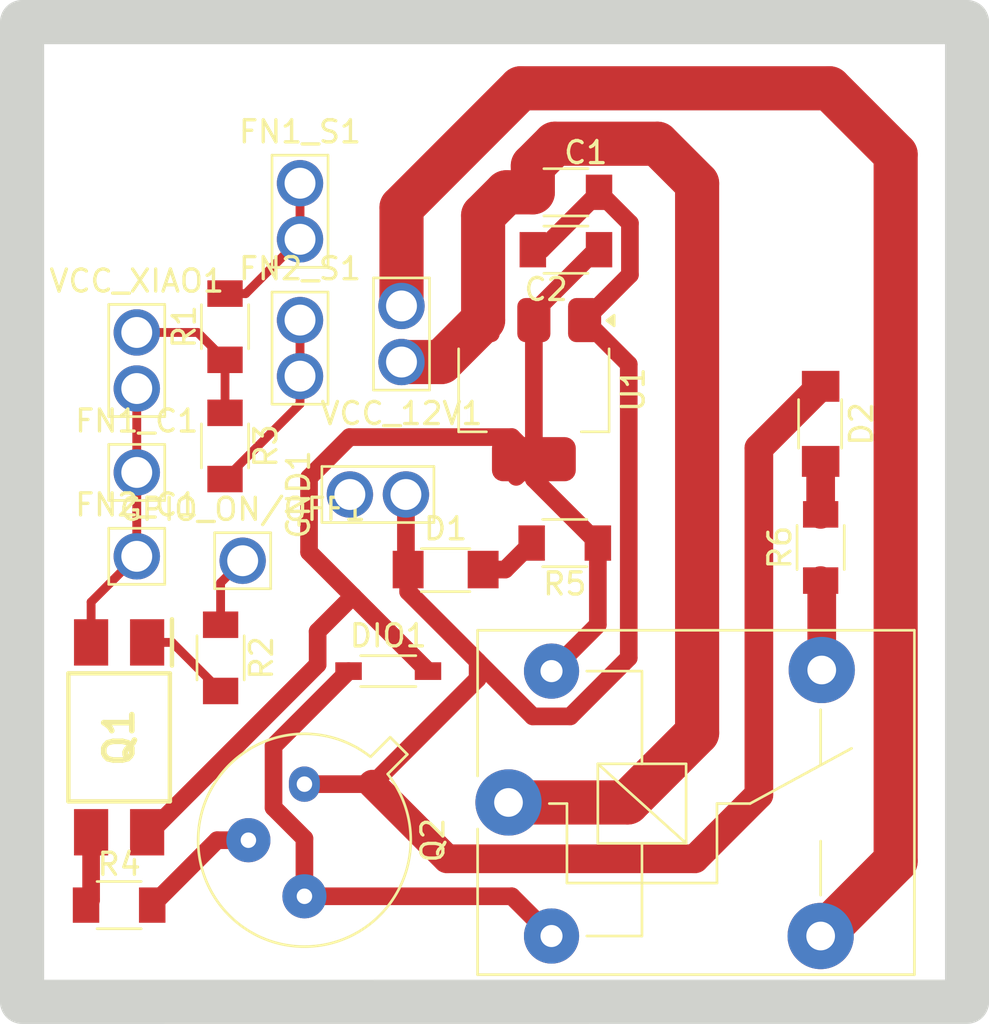
<source format=kicad_pcb>
(kicad_pcb (version 20241229) (generator "pcbnew") (generator_version "9.0")
  (layers (0 "F.Cu" signal) (2 "B.Cu" signal) (13 "F.Paste" user) (15 "B.Paste" user) (5 "F.SilkS" user "F.Silkscreen") (7 "B.SilkS" user "B.Silkscreen") (1 "F.Mask" user) (3 "B.Mask" user) (25 "Edge.Cuts" user))
  (net 0 "")
  (net 1 "GND_rele")
  (net 2 "PWR_12V")
  (net 3 "PWR_5V")
  (net 4 "PWR_GND")
  (net 5 "FN1")
  (net 6 "FN2")
  (net 7 "PWR_3V3")
  (net 8 "Net-(D1-A)")
  (net 9 "Net-(DIO1-A)")
  (net 10 "Net-(GPIO_ON/OFF1-Pin_1)")
  (net 11 "Vmot")
  (net 12 "Net-(Q1-E)")
  (net 13 "Net-(Q1-A)")
  (net 14 "Net-(Q2-B)")
  (net 15 "Net-(D2-A)")
  (net 16 "Net-(K1-Pad4)")
  (footprint "fab:R_1206" (layer "F.Cu") (at 5.563617 41.422689)
    (property "Reference" "R4" (at 0 -1.85 0) (layer "F.SilkS"))
    (property "Value" "1k")
    (fp_line (start -1 -1.07) (end 1 -1.07) (stroke (width 0.12)) (layer "F.SilkS"))
    (fp_line (start 1 1.07) (end -1 1.07) (stroke (width 0.12)) (layer "F.SilkS"))
    (pad "1" smd rect (at -1.5 0) (size 1.2 1.6) (layers "F.Cu" "F.Mask" "F.Paste") (net 12 "Net-(Q1-E)"))
    (pad "2" smd rect (at 1.5 0) (size 1.2 1.6) (layers "F.Cu" "F.Mask" "F.Paste") (net 14 "Net-(Q2-B)"))
  )
  (footprint "Relay_THT:Relay_SPDT_SANYOU_SRD_Series_Form_C" (layer "F.Cu") (at 23.213617 36.772689)
    (property "Reference" "K1" (at 8.1 9.2 0) (layer "F.SilkS"))
    (property "Value" "SANYOU_SRD_Form_C")
    (fp_line (start -1.4 -7.8) (end -1.4 -1.2) (stroke (width 0.12)) (layer "F.SilkS"))
    (fp_line (start -1.4 -7.8) (end 18.4 -7.8) (stroke (width 0.12)) (layer "F.SilkS"))
    (fp_line (start -1.4 1.2) (end -1.4 7.8) (stroke (width 0.12)) (layer "F.SilkS"))
    (fp_line (start 2.65 0.05) (end 1.85 0.05) (stroke (width 0.12)) (layer "F.SilkS"))
    (fp_line (start 2.65 0.05) (end 2.65 3.65) (stroke (width 0.12)) (layer "F.SilkS"))
    (fp_line (start 3.55 6.05) (end 6.05 6.05) (stroke (width 0.12)) (layer "F.SilkS"))
    (fp_line (start 4.05 -1.75) (end 8.05 -1.75) (stroke (width 0.12)) (layer "F.SilkS"))
    (fp_line (start 4.05 1.85) (end 4.05 -1.75) (stroke (width 0.12)) (layer "F.SilkS"))
    (fp_line (start 6.05 -5.95) (end 3.55 -5.95) (stroke (width 0.12)) (layer "F.SilkS"))
    (fp_line (start 6.05 -5.95) (end 6.05 -1.75) (stroke (width 0.12)) (layer "F.SilkS"))
    (fp_line (start 6.05 1.85) (end 6.05 6.05) (stroke (width 0.12)) (layer "F.SilkS"))
    (fp_line (start 8.05 -1.75) (end 8.05 1.85) (stroke (width 0.12)) (layer "F.SilkS"))
    (fp_line (start 8.05 1.85) (end 4.05 -1.75) (stroke (width 0.12)) (layer "F.SilkS"))
    (fp_line (start 8.05 1.85) (end 4.05 1.85) (stroke (width 0.12)) (layer "F.SilkS"))
    (fp_line (start 9.45 0.05) (end 9.45 3.65) (stroke (width 0.12)) (layer "F.SilkS"))
    (fp_line (start 9.45 0.05) (end 10.95 0.05) (stroke (width 0.12)) (layer "F.SilkS"))
    (fp_line (start 9.45 3.65) (end 2.65 3.65) (stroke (width 0.12)) (layer "F.SilkS"))
    (fp_line (start 10.95 0.05) (end 15.55 -2.45) (stroke (width 0.12)) (layer "F.SilkS"))
    (fp_line (start 14.15 -4.2) (end 14.15 -1.7) (stroke (width 0.12)) (layer "F.SilkS"))
    (fp_line (start 14.15 4.2) (end 14.15 1.75) (stroke (width 0.12)) (layer "F.SilkS"))
    (fp_line (start 18.4 -7.8) (end 18.4 7.8) (stroke (width 0.12)) (layer "F.SilkS"))
    (fp_line (start 18.4 7.8) (end -1.4 7.8) (stroke (width 0.12)) (layer "F.SilkS"))
    (pad "1" thru_hole circle (at 0 0 90) (size 3 3) (drill 1.3) (layers "*.Cu" "*.Mask") (net 2 "PWR_12V"))
    (pad "2" thru_hole circle (at 1.95 6.05 90) (size 2.5 2.5) (drill 1) (layers "*.Cu" "*.Mask") (net 9 "Net-(DIO1-A)"))
    (pad "3" thru_hole circle (at 14.15 6.05 90) (size 3 3) (drill 1.3) (layers "*.Cu" "*.Mask") (net 11 "Vmot"))
    (pad "4" thru_hole circle (at 14.2 -6 90) (size 3 3) (drill 1.3) (layers "*.Cu" "*.Mask") (net 16 "Net-(K1-Pad4)"))
    (pad "5" thru_hole circle (at 1.95 -5.95 90) (size 2.5 2.5) (drill 1) (layers "*.Cu" "*.Mask") (net 3 "PWR_5V"))
  )
  (footprint "fab:PinHeader_1x01_P2.54mm_Vertical_THT_D1.4mm" (layer "F.Cu") (at 6.363617 25.622689)
    (property "Reference" "FN2_C1" (at 0 -2.33 0) (layer "F.SilkS"))
    (property "Value" "~")
    (fp_line (start -1.27 -1.27) (end -1.27 1.27) (stroke (width 0.12)) (layer "F.SilkS"))
    (fp_line (start -1.27 -1.27) (end 1.27 -1.27) (stroke (width 0.12)) (layer "F.SilkS"))
    (fp_line (start -1.27 1.27) (end 1.27 1.27) (stroke (width 0.12)) (layer "F.SilkS"))
    (fp_line (start 1.27 -1.27) (end 1.27 1.27) (stroke (width 0.12)) (layer "F.SilkS"))
    (pad "1" thru_hole circle (at 0 0) (size 2.1 2.1) (drill 1.4) (layers "*.Cu" "*.Mask") (net 4 "PWR_GND"))
  )
  (footprint "fab:PinHeader_1x01_P2.54mm_Vertical_THT_D1.4mm" (layer "F.Cu") (at 11.163617 25.822689)
    (property "Reference" "GPIO_ON/OFF1" (at 0 -2.33 0) (layer "F.SilkS"))
    (property "Value" "~" (hide yes))
    (fp_line (start -1.27 -1.27) (end -1.27 1.27) (stroke (width 0.12)) (layer "F.SilkS"))
    (fp_line (start -1.27 -1.27) (end 1.27 -1.27) (stroke (width 0.12)) (layer "F.SilkS"))
    (fp_line (start -1.27 1.27) (end 1.27 1.27) (stroke (width 0.12)) (layer "F.SilkS"))
    (fp_line (start 1.27 -1.27) (end 1.27 1.27) (stroke (width 0.12)) (layer "F.SilkS"))
    (pad "1" thru_hole circle (at 0 0) (size 2.1 2.1) (drill 1.4) (layers "*.Cu" "*.Mask") (net 10 "Net-(GPIO_ON/OFF1-Pin_1)"))
  )
  (footprint "fab:PinHeader_1x01_P2.54mm_Vertical_THT_D1.4mm" (layer "F.Cu") (at 6.363617 21.822689)
    (property "Reference" "FN1_C1" (at 0 -2.33 0) (layer "F.SilkS"))
    (property "Value" "~")
    (fp_line (start -1.27 -1.27) (end -1.27 1.27) (stroke (width 0.12)) (layer "F.SilkS"))
    (fp_line (start -1.27 -1.27) (end 1.27 -1.27) (stroke (width 0.12)) (layer "F.SilkS"))
    (fp_line (start -1.27 1.27) (end 1.27 1.27) (stroke (width 0.12)) (layer "F.SilkS"))
    (fp_line (start 1.27 -1.27) (end 1.27 1.27) (stroke (width 0.12)) (layer "F.SilkS"))
    (pad "1" thru_hole circle (at 0 0) (size 2.1 2.1) (drill 1.4) (layers "*.Cu" "*.Mask") (net 4 "PWR_GND"))
  )
  (footprint "fab:SOD-123" (layer "F.Cu") (at 17.763617 30.822689 180)
    (property "Reference" "DIO1" (at 0 1.6 0) (layer "F.SilkS"))
    (property "Value" "1n4007")
    (fp_line (start -1.25 0.7) (end 1.25 0.7) (stroke (width 0.12)) (layer "F.SilkS"))
    (fp_line (start -1.25 -0.7) (end 1.25 -0.7) (stroke (width 0.12)) (layer "F.SilkS"))
    (pad "1" smd rect (at -1.8 0 180) (size 1.2 0.8) (layers "F.Cu" "F.Mask" "F.Paste") (net 3 "PWR_5V"))
    (pad "2" smd rect (at 1.8 0 180) (size 1.2 0.8) (layers "F.Cu" "F.Mask" "F.Paste") (net 9 "Net-(DIO1-A)"))
  )
  (footprint "fab:PinHeader_1x02_P2.54mm_Vertical_THT_D1.4mm" (layer "F.Cu") (at 18.363617 16.822689 180)
    (property "Reference" "VCC_12V1" (at 0 -2.33 0) (layer "F.SilkS"))
    (property "Value" "Conn_PinHeader_1x02_P2.54mm_Vertical_THT_D1.4mm" (hide yes))
    (fp_line (start 1.27 -1.27) (end 1.27 3.81) (stroke (width 0.12)) (layer "F.SilkS"))
    (fp_line (start -1.27 3.81) (end 1.27 3.81) (stroke (width 0.12)) (layer "F.SilkS"))
    (fp_line (start -1.27 -1.27) (end 1.27 -1.27) (stroke (width 0.12)) (layer "F.SilkS"))
    (fp_line (start -1.27 -1.27) (end -1.27 3.81) (stroke (width 0.12)) (layer "F.SilkS"))
    (pad "1" thru_hole circle (at 0 0 180) (size 2.1 2.1) (drill 1.4) (layers "*.Cu" "*.Mask") (net 2 "PWR_12V"))
    (pad "2" thru_hole circle (at 0 2.54 180) (size 2.1 2.1) (drill 1.4) (layers "*.Cu" "*.Mask") (net 11 "Vmot"))
  )
  (footprint "fab:PinHeader_1x02_P2.54mm_Vertical_THT_D1.4mm" (layer "F.Cu") (at 13.763617 14.922689)
    (property "Reference" "FN2_S1" (at 0 -2.33 0) (layer "F.SilkS"))
    (property "Value" "Conn_PinHeader_1x02_P2.54mm_Vertical_THT_D1.4mm" (hide yes))
    (fp_line (start -1.27 -1.27) (end -1.27 3.81) (stroke (width 0.12)) (layer "F.SilkS"))
    (fp_line (start -1.27 -1.27) (end 1.27 -1.27) (stroke (width 0.12)) (layer "F.SilkS"))
    (fp_line (start -1.27 3.81) (end 1.27 3.81) (stroke (width 0.12)) (layer "F.SilkS"))
    (fp_line (start 1.27 -1.27) (end 1.27 3.81) (stroke (width 0.12)) (layer "F.SilkS"))
    (pad "1" thru_hole circle (at 0 0) (size 2.1 2.1) (drill 1.4) (layers "*.Cu" "*.Mask") (net 6 "FN2"))
    (pad "2" thru_hole circle (at 0 2.54) (size 2.1 2.1) (drill 1.4) (layers "*.Cu" "*.Mask") (net 6 "FN2"))
  )
  (footprint "fab:R_1206" (layer "F.Cu") (at 10.163617 30.222689 -90)
    (property "Reference" "R2" (at 0 -1.85 90) (layer "F.SilkS"))
    (property "Value" "220")
    (fp_line (start 1 1.07) (end -1 1.07) (stroke (width 0.12)) (layer "F.SilkS"))
    (fp_line (start -1 -1.07) (end 1 -1.07) (stroke (width 0.12)) (layer "F.SilkS"))
    (pad "1" smd rect (at -1.5 0 270) (size 1.2 1.6) (layers "F.Cu" "F.Mask" "F.Paste") (net 10 "Net-(GPIO_ON/OFF1-Pin_1)"))
    (pad "2" smd rect (at 1.5 0 270) (size 1.2 1.6) (layers "F.Cu" "F.Mask" "F.Paste") (net 13 "Net-(Q1-A)"))
  )
  (footprint "Package_TO_SOT_THT:TO-39-3" (layer "F.Cu") (at 13.963617 35.942689 -90)
    (property "Reference" "Q2" (at 2.54 -5.82 90) (layer "F.SilkS"))
    (property "Value" "2N2219" (hide yes))
    (fp_line (start -0.457084 -3.774902) (end -1.348039 -4.665856) (stroke (width 0.12)) (layer "F.SilkS"))
    (fp_line (start -2.125856 -3.888039) (end -1.234902 -2.997084) (stroke (width 0.12)) (layer "F.SilkS"))
    (fp_line (start -1.348039 -4.665856) (end -2.125856 -3.888039) (stroke (width 0.12)) (layer "F.SilkS"))
    (fp_arc (start -0.457084 -3.774902) (mid 5.948255 3.408255) (end -1.234902 -2.997084) (stroke (width 0.12)) (layer "F.SilkS"))
    (pad "1" thru_hole oval (at 0 0 270) (size 1.6 1.4) (drill 0.7) (layers "*.Cu" "*.Mask") (net 1 "GND_rele"))
    (pad "2" thru_hole circle (at 2.54 2.54 270) (size 2 2) (drill 0.7) (layers "*.Cu" "*.Mask") (net 14 "Net-(Q2-B)"))
    (pad "3" thru_hole circle (at 5.08 0 270) (size 2 2) (drill 0.7) (layers "*.Cu" "*.Mask") (net 9 "Net-(DIO1-A)"))
  )
  (footprint "octo:SOP254P960X420-4N" (layer "F.Cu") (at 5.563617 33.822689 -90)
    (property "Reference" "Q1" (at 0 0 270) (layer "F.SilkS") (effects (font (size 1.27 1.27) (thickness 0.254))))
    (property "Value" "OCTO" (hide yes))
    (fp_line (start -2.9 2.3) (end -2.9 -2.3) (stroke (width 0.2)) (layer "F.SilkS"))
    (fp_line (start 2.9 2.3) (end -2.9 2.3) (stroke (width 0.2)) (layer "F.SilkS"))
    (fp_line (start -2.9 -2.3) (end 2.9 -2.3) (stroke (width 0.2)) (layer "F.SilkS"))
    (fp_line (start 2.9 -2.3) (end 2.9 2.3) (stroke (width 0.2)) (layer "F.SilkS"))
    (fp_line (start -5.35 -2.395) (end -3.25 -2.395) (stroke (width 0.2)) (layer "F.SilkS"))
    (pad "1" smd rect (at -4.3 -1.27) (size 1.55 2.1) (layers "F.Cu" "F.Mask" "F.Paste") (net 13 "Net-(Q1-A)"))
    (pad "2" smd rect (at -4.3 1.27) (size 1.55 2.1) (layers "F.Cu" "F.Mask" "F.Paste") (net 4 "PWR_GND"))
    (pad "3" smd rect (at 4.3 1.27) (size 1.55 2.1) (layers "F.Cu" "F.Mask" "F.Paste") (net 12 "Net-(Q1-E)"))
    (pad "4" smd rect (at 4.3 -1.27) (size 1.55 2.1) (layers "F.Cu" "F.Mask" "F.Paste") (net 3 "PWR_5V"))
  )
  (footprint "fab:PinHeader_1x02_P2.54mm_Vertical_THT_D1.4mm" (layer "F.Cu") (at 16.023617 22.822689 90)
    (property "Reference" "GND1" (at 0 -2.33 90) (layer "F.SilkS"))
    (property "Value" "Conn_PinHeader_1x02_P2.54mm_Vertical_THT_D1.4mm" (hide yes))
    (fp_line (start 1.27 -1.27) (end 1.27 3.81) (stroke (width 0.12)) (layer "F.SilkS"))
    (fp_line (start -1.27 -1.27) (end 1.27 -1.27) (stroke (width 0.12)) (layer "F.SilkS"))
    (fp_line (start -1.27 -1.27) (end -1.27 3.81) (stroke (width 0.12)) (layer "F.SilkS"))
    (fp_line (start -1.27 3.81) (end 1.27 3.81) (stroke (width 0.12)) (layer "F.SilkS"))
    (pad "1" thru_hole circle (at 0 0 90) (size 2.1 2.1) (drill 1.4) (layers "*.Cu" "*.Mask") (net 1 "GND_rele"))
    (pad "2" thru_hole circle (at 0 2.54 90) (size 2.1 2.1) (drill 1.4) (layers "*.Cu" "*.Mask") (net 1 "GND_rele"))
  )
  (footprint "fab:R_1206" (layer "F.Cu") (at 10.363617 15.222689 90)
    (property "Reference" "R1" (at 0 -1.85 90) (layer "F.SilkS"))
    (property "Value" "1k")
    (fp_line (start -1 -1.07) (end 1 -1.07) (stroke (width 0.12)) (layer "F.SilkS"))
    (fp_line (start 1 1.07) (end -1 1.07) (stroke (width 0.12)) (layer "F.SilkS"))
    (pad "1" smd rect (at -1.5 0 90) (size 1.2 1.6) (layers "F.Cu" "F.Mask" "F.Paste") (net 7 "PWR_3V3"))
    (pad "2" smd rect (at 1.5 0 90) (size 1.2 1.6) (layers "F.Cu" "F.Mask" "F.Paste") (net 5 "FN1"))
  )
  (footprint "fab:R_1206" (layer "F.Cu") (at 10.363617 20.622689 -90)
    (property "Reference" "R3" (at 0 -1.85 90) (layer "F.SilkS"))
    (property "Value" "1k")
    (fp_line (start 1 1.07) (end -1 1.07) (stroke (width 0.12)) (layer "F.SilkS"))
    (fp_line (start -1 -1.07) (end 1 -1.07) (stroke (width 0.12)) (layer "F.SilkS"))
    (pad "1" smd rect (at -1.5 0 270) (size 1.2 1.6) (layers "F.Cu" "F.Mask" "F.Paste") (net 7 "PWR_3V3"))
    (pad "2" smd rect (at 1.5 0 270) (size 1.2 1.6) (layers "F.Cu" "F.Mask" "F.Paste") (net 6 "FN2"))
  )
  (footprint "fab:PinHeader_1x02_P2.54mm_Vertical_THT_D1.4mm" (layer "F.Cu") (at 6.363617 15.482689)
    (property "Reference" "VCC_XIAO1" (at 0 -2.33 0) (layer "F.SilkS"))
    (property "Value" "Conn_PinHeader_1x02_P2.54mm_Vertical_THT_D1.4mm" (hide yes))
    (fp_line (start -1.27 -1.27) (end -1.27 3.81) (stroke (width 0.12)) (layer "F.SilkS"))
    (fp_line (start -1.27 -1.27) (end 1.27 -1.27) (stroke (width 0.12)) (layer "F.SilkS"))
    (fp_line (start -1.27 3.81) (end 1.27 3.81) (stroke (width 0.12)) (layer "F.SilkS"))
    (fp_line (start 1.27 -1.27) (end 1.27 3.81) (stroke (width 0.12)) (layer "F.SilkS"))
    (pad "1" thru_hole circle (at 0 0) (size 2.1 2.1) (drill 1.4) (layers "*.Cu" "*.Mask") (net 7 "PWR_3V3"))
    (pad "2" thru_hole circle (at 0 2.54) (size 2.1 2.1) (drill 1.4) (layers "*.Cu" "*.Mask") (net 4 "PWR_GND"))
  )
  (footprint "fab:C_1206" (layer "F.Cu") (at 25.816588 9.133964)
    (property "Reference" "C1" (at 0.9 -1.8 0) (layer "F.SilkS"))
    (property "Value" "C_1206")
    (fp_line (start -1 -1.07) (end 1 -1.07) (stroke (width 0.12)) (layer "F.SilkS"))
    (fp_line (start 1 1.07) (end -1 1.07) (stroke (width 0.12)) (layer "F.SilkS"))
    (pad "1" smd rect (at -1.5 0) (size 1.2 1.6) (layers "F.Cu" "F.Mask" "F.Paste") (net 2 "PWR_12V"))
    (pad "2" smd rect (at 1.5 0) (size 1.2 1.6) (layers "F.Cu" "F.Mask" "F.Paste") (net 1 "GND_rele"))
  )
  (footprint "fab:R_1206" (layer "F.Cu") (at 37.363617 25.222689 90)
    (property "Reference" "R6" (at 0 -1.85 90) (layer "F.SilkS"))
    (property "Value" "R_1206")
    (fp_line (start -1 -1.07) (end 1 -1.07) (stroke (width 0.12)) (layer "F.SilkS"))
    (fp_line (start 1 1.07) (end -1 1.07) (stroke (width 0.12)) (layer "F.SilkS"))
    (pad "1" smd rect (at -1.5 0 90) (size 1.2 1.6) (layers "F.Cu" "F.Mask" "F.Paste") (net 16 "Net-(K1-Pad4)"))
    (pad "2" smd rect (at 1.5 0 90) (size 1.2 1.6) (layers "F.Cu" "F.Mask" "F.Paste") (net 15 "Net-(D2-A)"))
  )
  (footprint "fab:LED_1206" (layer "F.Cu") (at 37.363617 19.622689 -90)
    (property "Reference" "D2" (at 0 -1.85 90) (layer "F.SilkS"))
    (property "Value" "LED_1206")
    (fp_line (start -1.1 1) (end 1.1 1) (stroke (width 0.12)) (layer "F.SilkS"))
    (fp_line (start -1.1 -0.95) (end 1.1 -0.95) (stroke (width 0.12)) (layer "F.SilkS"))
    (pad "1" smd rect (at -1.7 0 270) (size 1.4 1.7) (layers "F.Cu" "F.Mask" "F.Paste") (net 1 "GND_rele"))
    (pad "2" smd rect (at 1.7 0 270) (size 1.4 1.7) (layers "F.Cu" "F.Mask" "F.Paste") (net 15 "Net-(D2-A)"))
  )
  (footprint "fab:C_1206" (layer "F.Cu") (at 25.816588 11.733964 180)
    (property "Reference" "C2" (at 0.9 -1.8 0) (layer "F.SilkS"))
    (property "Value" "C_1206")
    (fp_line (start 1 1.07) (end -1 1.07) (stroke (width 0.12)) (layer "F.SilkS"))
    (fp_line (start -1 -1.07) (end 1 -1.07) (stroke (width 0.12)) (layer "F.SilkS"))
    (pad "1" smd rect (at -1.5 0 180) (size 1.2 1.6) (layers "F.Cu" "F.Mask" "F.Paste") (net 3 "PWR_5V"))
    (pad "2" smd rect (at 1.5 0 180) (size 1.2 1.6) (layers "F.Cu" "F.Mask" "F.Paste") (net 1 "GND_rele"))
  )
  (footprint "fab:LED_1206" (layer "F.Cu") (at 20.363617 26.222689)
    (property "Reference" "D1" (at 0 -1.85 0) (layer "F.SilkS"))
    (property "Value" "LED_1206")
    (fp_line (start -1.1 -0.95) (end 1.1 -0.95) (stroke (width 0.12)) (layer "F.SilkS"))
    (fp_line (start -1.1 1) (end 1.1 1) (stroke (width 0.12)) (layer "F.SilkS"))
    (pad "1" smd rect (at -1.7 0) (size 1.4 1.7) (layers "F.Cu" "F.Mask" "F.Paste") (net 1 "GND_rele"))
    (pad "2" smd rect (at 1.7 0) (size 1.4 1.7) (layers "F.Cu" "F.Mask" "F.Paste") (net 8 "Net-(D1-A)"))
  )
  (footprint "fab:R_1206" (layer "F.Cu") (at 25.763617 25.022689 180)
    (property "Reference" "R5" (at 0 -1.85 0) (layer "F.SilkS"))
    (property "Value" "R_1206")
    (fp_line (start 1 1.07) (end -1 1.07) (stroke (width 0.12)) (layer "F.SilkS"))
    (fp_line (start -1 -1.07) (end 1 -1.07) (stroke (width 0.12)) (layer "F.SilkS"))
    (pad "1" smd rect (at -1.5 0 180) (size 1.2 1.6) (layers "F.Cu" "F.Mask" "F.Paste") (net 3 "PWR_5V"))
    (pad "2" smd rect (at 1.5 0 180) (size 1.2 1.6) (layers "F.Cu" "F.Mask" "F.Paste") (net 8 "Net-(D1-A)"))
  )
  (footprint "fab:PinHeader_1x02_P2.54mm_Vertical_THT_D1.4mm" (layer "F.Cu") (at 13.763617 8.722689)
    (property "Reference" "FN1_S1" (at 0 -2.33 0) (layer "F.SilkS"))
    (property "Value" "Conn_PinHeader_1x02_P2.54mm_Vertical_THT_D1.4mm" (hide yes))
    (fp_line (start -1.27 -1.27) (end -1.27 3.81) (stroke (width 0.12)) (layer "F.SilkS"))
    (fp_line (start -1.27 -1.27) (end 1.27 -1.27) (stroke (width 0.12)) (layer "F.SilkS"))
    (fp_line (start -1.27 3.81) (end 1.27 3.81) (stroke (width 0.12)) (layer "F.SilkS"))
    (fp_line (start 1.27 -1.27) (end 1.27 3.81) (stroke (width 0.12)) (layer "F.SilkS"))
    (pad "1" thru_hole circle (at 0 0) (size 2.1 2.1) (drill 1.4) (layers "*.Cu" "*.Mask") (net 5 "FN1"))
    (pad "2" thru_hole circle (at 0 2.54) (size 2.1 2.1) (drill 1.4) (layers "*.Cu" "*.Mask") (net 5 "FN1"))
  )
  (footprint "Package_TO_SOT_SMD:SOT-223-3_TabPin2" (layer "F.Cu") (at 24.363617 18.072689 -90)
    (property "Reference" "U1" (at 0 -4.5 90) (layer "F.SilkS"))
    (property "Value" "AMS1117-5.0" (hide yes))
    (fp_line (start -1.85 3.41) (end 1.91 3.41) (stroke (width 0.12)) (layer "F.SilkS"))
    (fp_line (start 1.91 3.41) (end 1.91 2.15) (stroke (width 0.12)) (layer "F.SilkS"))
    (fp_line (start -1.85 -3.41) (end 1.91 -3.41) (stroke (width 0.12)) (layer "F.SilkS"))
    (fp_line (start 1.91 -3.41) (end 1.91 -2.15) (stroke (width 0.12)) (layer "F.SilkS"))
    (fp_poly (pts (xy -3.13 -3.31) (xy -3.37 -3.64) (xy -2.89 -3.64) (xy -3.13 -3.31)) (stroke (width 0.12)) (fill yes) (layer "F.SilkS"))
    (pad "1" smd roundrect (at -3.15 -2.3 270) (size 2 1.5) (layers "F.Cu" "F.Mask" "F.Paste") (net 1 "GND_rele"))
    (pad "2" smd roundrect (at -3.15 0 270) (size 2 1.5) (layers "F.Cu" "F.Mask" "F.Paste") (net 3 "PWR_5V"))
    (pad "2" smd roundrect (at 3.15 0 270) (size 2 3.8) (layers "F.Cu" "F.Mask" "F.Paste") (net 3 "PWR_5V"))
    (pad "3" smd roundrect (at -3.15 2.3 270) (size 2 1.5) (layers "F.Cu" "F.Mask" "F.Paste") (net 2 "PWR_12V"))
  )
  (gr_poly (pts (xy 1.163617 1.422689) (xy 44 1.422689) (xy 44 45.799985) (xy 1.163617 45.803283)) (stroke (width 2)) (fill no) (layer "Edge.Cuts"))
  (segment (start 21.81334 31.174966) (end 21.81334 30.372966) (width 0.8) (layer "F.Cu") (net 1))
  (segment (start 26.01317 32.873689) (end 24.314064 32.873689) (width 0.8) (layer "F.Cu") (net 1))
  (segment (start 28.717588 12.868718) (end 28.717588 10.534964) (width 0.8) (layer "F.Cu") (net 1))
  (segment (start 28.664617 30.222242) (end 26.01317 32.873689) (width 0.8) (layer "F.Cu") (net 1))
  (segment (start 18.663617 26.222689) (end 18.663617 27.223242) (width 0.8) (layer "F.Cu") (net 1))
  (segment (start 26.663617 14.922689) (end 28.717588 12.868718) (width 0.8) (layer "F.Cu") (net 1))
  (segment (start 28.664617 16.923689) (end 28.664617 30.222242) (width 0.8) (layer "F.Cu") (net 1))
  (segment (start 28.717588 10.534964) (end 27.316588 9.133964) (width 0.8) (layer "F.Cu") (net 1))
  (segment (start 18.663617 27.223242) (end 21.81334 30.372966) (width 0.8) (layer "F.Cu") (net 1))
  (segment (start 21.81334 30.372966) (end 24.314064 32.873689) (width 0.8) (layer "F.Cu") (net 1))
  (segment (start 24.316588 11.733964) (end 24.716588 11.733964) (width 0.8) (layer "F.Cu") (net 1))
  (segment (start 17.045617 35.942689) (end 21.81334 31.174966) (width 0.8) (layer "F.Cu") (net 1))
  (segment (start 24.716588 11.733964) (end 27.316588 9.133964) (width 0.8) (layer "F.Cu") (net 1))
  (segment (start 18.563617 26.122689) (end 18.663617 26.222689) (width 0.8) (layer "F.Cu") (net 1))
  (segment (start 34.563617 36.422689) (end 31.662617 39.323689) (width 1.3) (layer "F.Cu") (net 1))
  (segment (start 31.662617 39.323689) (end 20.426617 39.323689) (width 1.3) (layer "F.Cu") (net 1))
  (segment (start 37.363617 17.922689) (end 34.563617 20.722689) (width 1.3) (layer "F.Cu") (net 1))
  (segment (start 13.963617 35.942689) (end 17.045617 35.942689) (width 0.8) (layer "F.Cu") (net 1))
  (segment (start 20.426617 39.323689) (end 17.045617 35.942689) (width 1.3) (layer "F.Cu") (net 1))
  (segment (start 26.663617 14.922689) (end 28.664617 16.923689) (width 0.8) (layer "F.Cu") (net 1))
  (segment (start 18.563617 22.822689) (end 18.563617 26.122689) (width 0.8) (layer "F.Cu") (net 1))
  (segment (start 34.563617 20.722689) (end 34.563617 36.422689) (width 1.3) (layer "F.Cu") (net 1))
  (segment (start 28.613617 36.772689) (end 31.763617 33.622689) (width 2) (layer "F.Cu") (net 2))
  (segment (start 31.763617 33.622689) (end 31.763617 8.732964) (width 2) (layer "F.Cu") (net 2))
  (segment (start 22.063617 10.184935) (end 23.114588 9.133964) (width 2) (layer "F.Cu") (net 2))
  (segment (start 22.063617 14.922689) (end 22.063617 10.184935) (width 2) (layer "F.Cu") (net 2))
  (segment (start 23.213617 36.772689) (end 28.613617 36.772689) (width 2) (layer "F.Cu") (net 2))
  (segment (start 25.315588 6.932964) (end 24.316588 7.931964) (width 2) (layer "F.Cu") (net 2))
  (segment (start 24.316588 7.931964) (end 24.316588 9.133964) (width 2) (layer "F.Cu") (net 2))
  (segment (start 29.963617 6.932964) (end 25.315588 6.932964) (width 2) (layer "F.Cu") (net 2))
  (segment (start 20.163617 16.822689) (end 22.063617 14.922689) (width 2) (layer "F.Cu") (net 2))
  (segment (start 23.114588 9.133964) (end 24.316588 9.133964) (width 2) (layer "F.Cu") (net 2))
  (segment (start 31.763617 8.732964) (end 29.963617 6.932964) (width 2) (layer "F.Cu") (net 2))
  (segment (start 18.363617 16.822689) (end 20.163617 16.822689) (width 2) (layer "F.Cu") (net 2))
  (segment (start 16.005907 20.222689) (end 23.363617 20.222689) (width 0.8) (layer "F.Cu") (net 3))
  (segment (start 27.189226 11.733964) (end 27.316588 11.733964) (width 0.8) (layer "F.Cu") (net 3))
  (segment (start 24.663617 21.522689) (end 24.363617 21.222689) (width 0.8) (layer "F.Cu") (net 3))
  (segment (start 23.363617 20.222689) (end 24.363617 21.222689) (width 0.8) (layer "F.Cu") (net 3))
  (segment (start 14.172617 22.055979) (end 16.005907 20.222689) (width 0.8) (layer "F.Cu") (net 3))
  (segment (start 24.363617 22.122689) (end 27.263617 25.022689) (width 0.8) (layer "F.Cu") (net 3))
  (segment (start 14.172617 25.431689) (end 14.172617 22.055979) (width 0.8) (layer "F.Cu") (net 3))
  (segment (start 19.563617 30.822689) (end 16.163617 27.422689) (width 0.8) (layer "F.Cu") (net 3))
  (segment (start 23.562617 22.023689) (end 24.363617 21.222689) (width 0.8) (layer "F.Cu") (net 3))
  (segment (start 6.965147 38.122689) (end 14.562617 30.525219) (width 0.8) (layer "F.Cu") (net 3))
  (segment (start 27.263617 25.022689) (end 27.263617 28.722689) (width 0.8) (layer "F.Cu") (net 3))
  (segment (start 24.363617 21.222689) (end 24.363617 22.122689) (width 0.8) (layer "F.Cu") (net 3))
  (segment (start 24.363617 14.559573) (end 27.189226 11.733964) (width 0.8) (layer "F.Cu") (net 3))
  (segment (start 14.562617 29.023689) (end 16.163617 27.422689) (width 0.8) (layer "F.Cu") (net 3))
  (segment (start 6.833617 38.122689) (end 6.965147 38.122689) (width 0.8) (layer "F.Cu") (net 3))
  (segment (start 27.263617 28.722689) (end 25.163617 30.822689) (width 0.8) (layer "F.Cu") (net 3))
  (segment (start 24.363617 14.922689) (end 24.363617 21.222689) (width 0.8) (layer "F.Cu") (net 3))
  (segment (start 24.363617 14.922689) (end 24.363617 14.559573) (width 0.8) (layer "F.Cu") (net 3))
  (segment (start 16.163617 27.422689) (end 14.172617 25.431689) (width 0.8) (layer "F.Cu") (net 3))
  (segment (start 14.562617 30.525219) (end 14.562617 29.023689) (width 0.8) (layer "F.Cu") (net 3))
  (segment (start 6.363617 25.622689) (end 6.363617 21.822689) (width 0.4) (layer "F.Cu") (net 4))
  (segment (start 4.293617 29.522689) (end 4.293617 27.692689) (width 0.4) (layer "F.Cu") (net 4))
  (segment (start 4.293617 27.692689) (end 6.363617 25.622689) (width 0.4) (layer "F.Cu") (net 4))
  (segment (start 6.363617 18.022689) (end 6.363617 21.822689) (width 0.4) (layer "F.Cu") (net 4))
  (segment (start 11.303617 13.722689) (end 13.763617 11.262689) (width 0.4) (layer "F.Cu") (net 5))
  (segment (start 13.763617 8.722689) (end 13.763617 11.262689) (width 0.4) (layer "F.Cu") (net 5))
  (segment (start 10.363617 13.722689) (end 11.303617 13.722689) (width 0.4) (layer "F.Cu") (net 5))
  (segment (start 13.763617 18.722689) (end 10.363617 22.122689) (width 0.4) (layer "F.Cu") (net 6))
  (segment (start 13.763617 17.462689) (end 13.763617 18.722689) (width 0.4) (layer "F.Cu") (net 6))
  (segment (start 13.763617 14.922689) (end 13.763617 17.462689) (width 0.4) (layer "F.Cu") (net 6))
  (segment (start 6.363617 15.482689) (end 9.123617 15.482689) (width 0.4) (layer "F.Cu") (net 7))
  (segment (start 9.123617 15.482689) (end 10.363617 16.722689) (width 0.4) (layer "F.Cu") (net 7))
  (segment (start 10.363617 19.122689) (end 10.363617 16.722689) (width 0.4) (layer "F.Cu") (net 7))
  (segment (start 23.063617 26.222689) (end 24.263617 25.022689) (width 0.8) (layer "F.Cu") (net 8))
  (segment (start 22.063617 26.222689) (end 23.063617 26.222689) (width 0.8) (layer "F.Cu") (net 8))
  (segment (start 12.562617 34.223689) (end 12.562617 37.003979) (width 0.8) (layer "F.Cu") (net 9))
  (segment (start 12.562617 37.003979) (end 13.963617 38.404979) (width 0.8) (layer "F.Cu") (net 9))
  (segment (start 13.963617 41.022689) (end 23.363617 41.022689) (width 0.8) (layer "F.Cu") (net 9))
  (segment (start 23.363617 41.022689) (end 25.163617 42.822689) (width 0.8) (layer "F.Cu") (net 9))
  (segment (start 15.963617 30.822689) (end 12.562617 34.223689) (width 0.8) (layer "F.Cu") (net 9))
  (segment (start 13.963617 38.404979) (end 13.963617 41.022689) (width 0.8) (layer "F.Cu") (net 9))
  (segment (start 10.163617 26.822689) (end 11.163617 25.822689) (width 0.4) (layer "F.Cu") (net 10))
  (segment (start 10.163617 28.722689) (end 10.163617 26.822689) (width 0.4) (layer "F.Cu") (net 10))
  (segment (start 18.363617 14.282689) (end 18.363617 9.822689) (width 2) (layer "F.Cu") (net 11))
  (segment (start 40.763617 39.422689) (end 37.363617 42.822689) (width 2) (layer "F.Cu") (net 11))
  (segment (start 40.763617 7.422689) (end 40.763617 39.422689) (width 2) (layer "F.Cu") (net 11))
  (segment (start 18.363617 9.822689) (end 23.763617 4.422689) (width 2) (layer "F.Cu") (net 11))
  (segment (start 23.763617 4.422689) (end 37.763617 4.422689) (width 2) (layer "F.Cu") (net 11))
  (segment (start 37.763617 4.422689) (end 40.763617 7.422689) (width 2) (layer "F.Cu") (net 11))
  (segment (start 4.293617 38.122689) (end 4.293617 41.192689) (width 0.8) (layer "F.Cu") (net 12))
  (segment (start 4.293617 41.192689) (end 4.063617 41.422689) (width 0.8) (layer "F.Cu") (net 12))
  (segment (start 6.833617 29.522689) (end 7.963617 29.522689) (width 0.4) (layer "F.Cu") (net 13))
  (segment (start 7.963617 29.522689) (end 10.163617 31.722689) (width 0.4) (layer "F.Cu") (net 13))
  (segment (start 10.003617 38.482689) (end 7.063617 41.422689) (width 0.8) (layer "F.Cu") (net 14))
  (segment (start 11.423617 38.482689) (end 10.003617 38.482689) (width 0.8) (layer "F.Cu") (net 14))
  (segment (start 37.363617 23.722689) (end 37.363617 21.322689) (width 1.3) (layer "F.Cu") (net 15))
  (segment (start 37.413617 26.772689) (end 37.363617 26.722689) (width 1.3) (layer "F.Cu") (net 16))
  (segment (start 37.413617 30.772689) (end 37.413617 26.772689) (width 1.3) (layer "F.Cu") (net 16))
)
</source>
